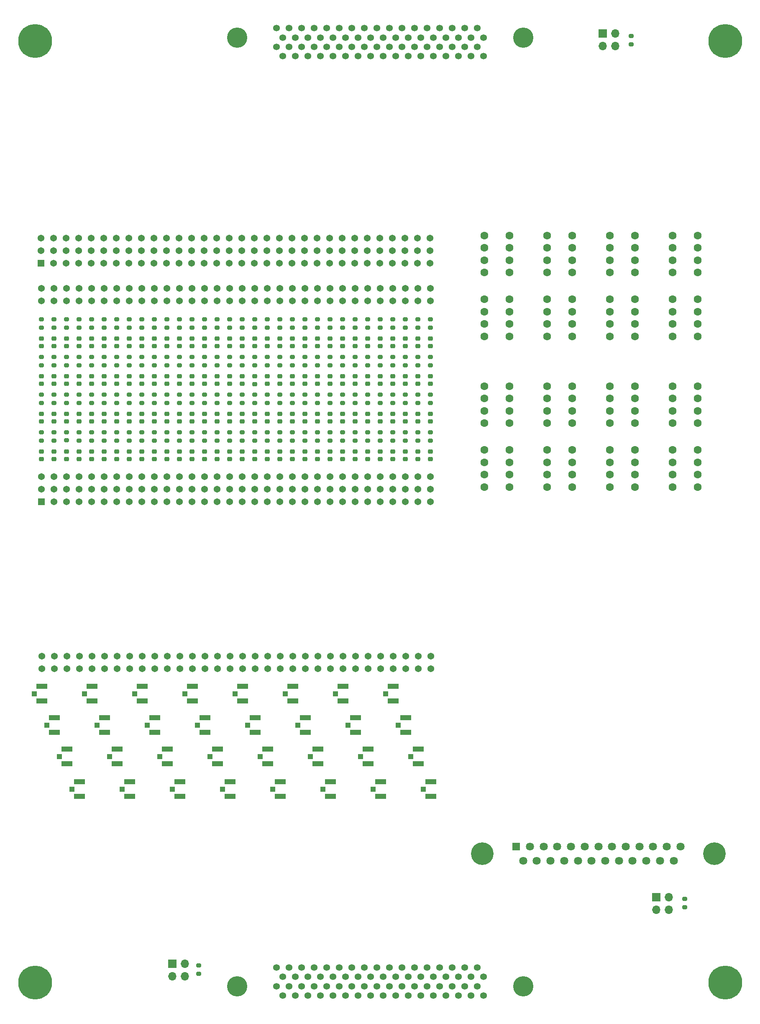
<source format=gts>
G04 #@! TF.GenerationSoftware,KiCad,Pcbnew,(6.0.2)*
G04 #@! TF.CreationDate,2022-07-06T14:10:19-04:00*
G04 #@! TF.ProjectId,FilterMotherboard,46696c74-6572-44d6-9f74-686572626f61,rev?*
G04 #@! TF.SameCoordinates,Original*
G04 #@! TF.FileFunction,Soldermask,Top*
G04 #@! TF.FilePolarity,Negative*
%FSLAX46Y46*%
G04 Gerber Fmt 4.6, Leading zero omitted, Abs format (unit mm)*
G04 Created by KiCad (PCBNEW (6.0.2)) date 2022-07-06 14:10:19*
%MOMM*%
%LPD*%
G01*
G04 APERTURE LIST*
G04 Aperture macros list*
%AMRoundRect*
0 Rectangle with rounded corners*
0 $1 Rounding radius*
0 $2 $3 $4 $5 $6 $7 $8 $9 X,Y pos of 4 corners*
0 Add a 4 corners polygon primitive as box body*
4,1,4,$2,$3,$4,$5,$6,$7,$8,$9,$2,$3,0*
0 Add four circle primitives for the rounded corners*
1,1,$1+$1,$2,$3*
1,1,$1+$1,$4,$5*
1,1,$1+$1,$6,$7*
1,1,$1+$1,$8,$9*
0 Add four rect primitives between the rounded corners*
20,1,$1+$1,$2,$3,$4,$5,0*
20,1,$1+$1,$4,$5,$6,$7,0*
20,1,$1+$1,$6,$7,$8,$9,0*
20,1,$1+$1,$8,$9,$2,$3,0*%
G04 Aperture macros list end*
%ADD10R,2.200000X1.050000*%
%ADD11R,1.050000X1.000000*%
%ADD12RoundRect,0.225000X0.250000X-0.225000X0.250000X0.225000X-0.250000X0.225000X-0.250000X-0.225000X0*%
%ADD13RoundRect,0.200000X0.275000X-0.200000X0.275000X0.200000X-0.275000X0.200000X-0.275000X-0.200000X0*%
%ADD14C,1.605000*%
%ADD15C,6.858000*%
%ADD16C,1.370000*%
%ADD17C,1.360000*%
%ADD18C,4.100000*%
%ADD19R,1.370000X1.370000*%
%ADD20RoundRect,0.200000X-0.275000X0.200000X-0.275000X-0.200000X0.275000X-0.200000X0.275000X0.200000X0*%
%ADD21R,1.700000X1.700000*%
%ADD22O,1.700000X1.700000*%
%ADD23R,1.635000X1.635000*%
%ADD24C,1.635000*%
%ADD25C,4.575000*%
G04 APERTURE END LIST*
D10*
X76310000Y-156202040D03*
X76310000Y-159152040D03*
D11*
X74785000Y-157677040D03*
D12*
X76200000Y-75705000D03*
X76200000Y-74155000D03*
D13*
X81280000Y-87185000D03*
X81280000Y-85535000D03*
X48260000Y-79565000D03*
X48260000Y-77915000D03*
D10*
X73770000Y-149596000D03*
X73770000Y-152546000D03*
D11*
X72245000Y-151071000D03*
D12*
X83820000Y-75705000D03*
X83820000Y-74155000D03*
D14*
X127750000Y-76160000D03*
X127750000Y-78660000D03*
X127750000Y-81160000D03*
X127750000Y-83660000D03*
X127750000Y-89060000D03*
X127750000Y-91560000D03*
X127750000Y-94060000D03*
X127750000Y-96560000D03*
X122670000Y-76160000D03*
X122670000Y-78660000D03*
X122670000Y-81160000D03*
X122670000Y-83660000D03*
X122670000Y-89060000D03*
X122670000Y-91560000D03*
X122670000Y-94060000D03*
X122670000Y-96560000D03*
D13*
X76200000Y-87185000D03*
X76200000Y-85535000D03*
X20320000Y-64325000D03*
X20320000Y-62675000D03*
X66040000Y-79565000D03*
X66040000Y-77915000D03*
D12*
X33020000Y-90945000D03*
X33020000Y-89395000D03*
D13*
X15240000Y-71945000D03*
X15240000Y-70295000D03*
D12*
X40640000Y-68085000D03*
X40640000Y-66535000D03*
X86360000Y-75705000D03*
X86360000Y-74155000D03*
X27940000Y-90945000D03*
X27940000Y-89395000D03*
X15240000Y-90945000D03*
X15240000Y-89395000D03*
D13*
X78740000Y-79565000D03*
X78740000Y-77915000D03*
X12700000Y-87135000D03*
X12700000Y-85485000D03*
D12*
X7620000Y-90945000D03*
X7620000Y-89395000D03*
D13*
X63500000Y-71945000D03*
X63500000Y-70295000D03*
X71120000Y-79565000D03*
X71120000Y-77915000D03*
D12*
X43180000Y-75705000D03*
X43180000Y-74155000D03*
X60960000Y-75705000D03*
X60960000Y-74155000D03*
D13*
X33020000Y-71945000D03*
X33020000Y-70295000D03*
D12*
X55880000Y-83325000D03*
X55880000Y-81775000D03*
D13*
X7620000Y-64325000D03*
X7620000Y-62675000D03*
X17780000Y-71945000D03*
X17780000Y-70295000D03*
D10*
X30590000Y-143246000D03*
X30590000Y-146196000D03*
D11*
X29065000Y-144721000D03*
D12*
X27940000Y-75705000D03*
X27940000Y-74155000D03*
D13*
X22860000Y-87185000D03*
X22860000Y-85535000D03*
D14*
X102350000Y-76160000D03*
X102350000Y-78660000D03*
X102350000Y-81160000D03*
X102350000Y-83660000D03*
X102350000Y-89060000D03*
X102350000Y-91560000D03*
X102350000Y-94060000D03*
X102350000Y-96560000D03*
X97270000Y-76160000D03*
X97270000Y-78660000D03*
X97270000Y-81160000D03*
X97270000Y-83660000D03*
X97270000Y-89060000D03*
X97270000Y-91560000D03*
X97270000Y-94060000D03*
X97270000Y-96560000D03*
D12*
X40640000Y-75705000D03*
X40640000Y-74155000D03*
D15*
X146050000Y-196850000D03*
D13*
X55880000Y-71945000D03*
X55880000Y-70295000D03*
D15*
X6350000Y-6350000D03*
D12*
X35560000Y-68085000D03*
X35560000Y-66535000D03*
X81280000Y-75705000D03*
X81280000Y-74155000D03*
X53340000Y-83325000D03*
X53340000Y-81775000D03*
D13*
X81280000Y-71945000D03*
X81280000Y-70295000D03*
X83820000Y-87185000D03*
X83820000Y-85535000D03*
X17780000Y-87185000D03*
X17780000Y-85535000D03*
D12*
X30480000Y-90945000D03*
X30480000Y-89395000D03*
D14*
X127750000Y-45680000D03*
X127750000Y-48180000D03*
X127750000Y-50680000D03*
X127750000Y-53180000D03*
X127750000Y-58580000D03*
X127750000Y-61080000D03*
X127750000Y-63580000D03*
X127750000Y-66080000D03*
X122670000Y-45680000D03*
X122670000Y-48180000D03*
X122670000Y-50680000D03*
X122670000Y-53180000D03*
X122670000Y-58580000D03*
X122670000Y-61080000D03*
X122670000Y-63580000D03*
X122670000Y-66080000D03*
D12*
X68580000Y-75705000D03*
X68580000Y-74155000D03*
X45720000Y-83325000D03*
X45720000Y-81775000D03*
D13*
X86360000Y-64325000D03*
X86360000Y-62675000D03*
D12*
X58420000Y-83325000D03*
X58420000Y-81775000D03*
X78740000Y-83325000D03*
X78740000Y-81775000D03*
D13*
X40640000Y-79565000D03*
X40640000Y-77915000D03*
D12*
X63500000Y-75705000D03*
X63500000Y-74155000D03*
D13*
X30480000Y-79565000D03*
X30480000Y-77915000D03*
D12*
X73660000Y-68085000D03*
X73660000Y-66535000D03*
D10*
X71230000Y-143246000D03*
X71230000Y-146196000D03*
D11*
X69705000Y-144721000D03*
D13*
X22860000Y-71945000D03*
X22860000Y-70295000D03*
D12*
X35560000Y-75705000D03*
X35560000Y-74155000D03*
D13*
X22860000Y-79565000D03*
X22860000Y-77915000D03*
D12*
X43180000Y-83325000D03*
X43180000Y-81775000D03*
D14*
X115050000Y-76160000D03*
X115050000Y-78660000D03*
X115050000Y-81160000D03*
X115050000Y-83660000D03*
X115050000Y-89060000D03*
X115050000Y-91560000D03*
X115050000Y-94060000D03*
X115050000Y-96560000D03*
X109970000Y-76160000D03*
X109970000Y-78660000D03*
X109970000Y-81160000D03*
X109970000Y-83660000D03*
X109970000Y-89060000D03*
X109970000Y-91560000D03*
X109970000Y-94060000D03*
X109970000Y-96560000D03*
D12*
X7620000Y-75705000D03*
X7620000Y-74155000D03*
D13*
X38100000Y-79565000D03*
X38100000Y-77915000D03*
D12*
X73660000Y-75705000D03*
X73660000Y-74155000D03*
X27940000Y-68085000D03*
X27940000Y-66535000D03*
D13*
X27940000Y-64325000D03*
X27940000Y-62675000D03*
X60960000Y-79565000D03*
X60960000Y-77915000D03*
D15*
X6350000Y-196850000D03*
D16*
X7730000Y-130750000D03*
X7730000Y-133290000D03*
X10270000Y-130750000D03*
X10270000Y-133290000D03*
X12810000Y-130750000D03*
X12810000Y-133290000D03*
X15350000Y-130750000D03*
X15350000Y-133290000D03*
X17890000Y-130750000D03*
X17890000Y-133290000D03*
X20430000Y-130750000D03*
X20430000Y-133290000D03*
X22970000Y-130750000D03*
X22970000Y-133290000D03*
X25510000Y-130750000D03*
X25510000Y-133290000D03*
X28050000Y-130750000D03*
X28050000Y-133290000D03*
X30590000Y-130750000D03*
X30590000Y-133290000D03*
X33130000Y-130750000D03*
X33130000Y-133290000D03*
X35670000Y-130750000D03*
X35670000Y-133290000D03*
X38210000Y-130750000D03*
X38210000Y-133290000D03*
X40750000Y-130750000D03*
X40750000Y-133290000D03*
X43290000Y-130750000D03*
X43290000Y-133290000D03*
X45830000Y-130750000D03*
X45830000Y-133290000D03*
X48370000Y-130750000D03*
X48370000Y-133290000D03*
X50910000Y-130750000D03*
X50910000Y-133290000D03*
X53450000Y-130750000D03*
X53450000Y-133290000D03*
X55990000Y-130750000D03*
X55990000Y-133290000D03*
X58530000Y-130750000D03*
X58530000Y-133290000D03*
X61070000Y-130750000D03*
X61070000Y-133290000D03*
X63610000Y-130750000D03*
X63610000Y-133290000D03*
X66150000Y-130750000D03*
X66150000Y-133290000D03*
X68690000Y-130750000D03*
X68690000Y-133290000D03*
X71230000Y-130750000D03*
X71230000Y-133290000D03*
X73770000Y-130750000D03*
X73770000Y-133290000D03*
X76310000Y-130750000D03*
X76310000Y-133290000D03*
X78850000Y-130750000D03*
X78850000Y-133290000D03*
X81390000Y-130750000D03*
X81390000Y-133290000D03*
X83930000Y-130750000D03*
X83930000Y-133290000D03*
X86470000Y-130750000D03*
X86470000Y-133290000D03*
D17*
X55245000Y-7513400D03*
X56515000Y-9413400D03*
X57785000Y-7513400D03*
X59055000Y-9413400D03*
X60325000Y-7513400D03*
X61595000Y-9413400D03*
X62865000Y-7513400D03*
X64135000Y-9413400D03*
X65405000Y-7513400D03*
X66675000Y-9413400D03*
X67945000Y-7513400D03*
X69215000Y-9413400D03*
X70485000Y-7513400D03*
X71755000Y-9413400D03*
X73025000Y-7513400D03*
X74295000Y-9413400D03*
X75565000Y-7513400D03*
X76835000Y-9413400D03*
X78105000Y-7513400D03*
X79375000Y-9413400D03*
X80645000Y-7513400D03*
X81915000Y-9413400D03*
X83185000Y-7513400D03*
X84455000Y-9413400D03*
X85725000Y-7513400D03*
X86995000Y-9413400D03*
X88265000Y-7513400D03*
X89535000Y-9413400D03*
X90805000Y-7513400D03*
X92075000Y-9413400D03*
X93345000Y-7513400D03*
X94615000Y-9413400D03*
X95885000Y-7513400D03*
X97155000Y-9413400D03*
X55245000Y-3713400D03*
X56515000Y-5613400D03*
X57785000Y-3713400D03*
X59055000Y-5613400D03*
X60325000Y-3713400D03*
X61595000Y-5613400D03*
X62865000Y-3713400D03*
X64135000Y-5613400D03*
X65405000Y-3713400D03*
X66675000Y-5613400D03*
X67945000Y-3713400D03*
X69215000Y-5613400D03*
X70485000Y-3713400D03*
X71755000Y-5613400D03*
X73025000Y-3713400D03*
X74295000Y-5613400D03*
X75565000Y-3713400D03*
X76835000Y-5613400D03*
X78105000Y-3713400D03*
X79375000Y-5613400D03*
X80645000Y-3713400D03*
X81915000Y-5613400D03*
X83185000Y-3713400D03*
X84455000Y-5613400D03*
X85725000Y-3713400D03*
X86995000Y-5613400D03*
X88265000Y-3713400D03*
X89535000Y-5613400D03*
X90805000Y-3713400D03*
X92075000Y-5613400D03*
X93345000Y-3713400D03*
X94615000Y-5613400D03*
X95885000Y-3713400D03*
X97155000Y-5613400D03*
D18*
X105155000Y-5613400D03*
X47245000Y-5613400D03*
D12*
X17780000Y-90945000D03*
X17780000Y-89395000D03*
D10*
X12810000Y-149596000D03*
X12810000Y-152546000D03*
D11*
X11285000Y-151071000D03*
D13*
X71120000Y-64325000D03*
X71120000Y-62675000D03*
X7620000Y-79565000D03*
X7620000Y-77915000D03*
D19*
X7620000Y-99555000D03*
D16*
X7620000Y-97015000D03*
X7620000Y-94475000D03*
X10160000Y-99555000D03*
X10160000Y-97015000D03*
X10160000Y-94475000D03*
X12700000Y-99555000D03*
X12700000Y-97015000D03*
X12700000Y-94475000D03*
X15240000Y-99555000D03*
X15240000Y-97015000D03*
X15240000Y-94475000D03*
X17780000Y-99555000D03*
X17780000Y-97015000D03*
X17780000Y-94475000D03*
X20320000Y-99555000D03*
X20320000Y-97015000D03*
X20320000Y-94475000D03*
X22860000Y-99555000D03*
X22860000Y-97015000D03*
X22860000Y-94475000D03*
X25400000Y-99555000D03*
X25400000Y-97015000D03*
X25400000Y-94475000D03*
X27940000Y-99555000D03*
X27940000Y-97015000D03*
X27940000Y-94475000D03*
X30480000Y-99555000D03*
X30480000Y-97015000D03*
X30480000Y-94475000D03*
X33020000Y-99555000D03*
X33020000Y-97015000D03*
X33020000Y-94475000D03*
X35560000Y-99555000D03*
X35560000Y-97015000D03*
X35560000Y-94475000D03*
X38100000Y-99555000D03*
X38100000Y-97015000D03*
X38100000Y-94475000D03*
X40640000Y-99555000D03*
X40640000Y-97015000D03*
X40640000Y-94475000D03*
X43180000Y-99555000D03*
X43180000Y-97015000D03*
X43180000Y-94475000D03*
X45720000Y-99555000D03*
X45720000Y-97015000D03*
X45720000Y-94475000D03*
X48260000Y-99555000D03*
X48260000Y-97015000D03*
X48260000Y-94475000D03*
X50800000Y-99555000D03*
X50800000Y-97015000D03*
X50800000Y-94475000D03*
X53340000Y-99555000D03*
X53340000Y-97015000D03*
X53340000Y-94475000D03*
X55880000Y-99555000D03*
X55880000Y-97015000D03*
X55880000Y-94475000D03*
X58420000Y-99555000D03*
X58420000Y-97015000D03*
X58420000Y-94475000D03*
X60960000Y-99555000D03*
X60960000Y-97015000D03*
X60960000Y-94475000D03*
X63500000Y-99555000D03*
X63500000Y-97015000D03*
X63500000Y-94475000D03*
X66040000Y-99555000D03*
X66040000Y-97015000D03*
X66040000Y-94475000D03*
X68580000Y-99555000D03*
X68580000Y-97015000D03*
X68580000Y-94475000D03*
X71120000Y-99555000D03*
X71120000Y-97015000D03*
X71120000Y-94475000D03*
X73660000Y-99555000D03*
X73660000Y-97015000D03*
X73660000Y-94475000D03*
X76200000Y-99555000D03*
X76200000Y-97015000D03*
X76200000Y-94475000D03*
X78740000Y-99555000D03*
X78740000Y-97015000D03*
X78740000Y-94475000D03*
X81280000Y-99555000D03*
X81280000Y-97015000D03*
X81280000Y-94475000D03*
X83820000Y-99555000D03*
X83820000Y-97015000D03*
X83820000Y-94475000D03*
X86360000Y-99555000D03*
X86360000Y-97015000D03*
X86360000Y-94475000D03*
D12*
X38100000Y-90945000D03*
X38100000Y-89395000D03*
D13*
X38100000Y-87185000D03*
X38100000Y-85535000D03*
X38100000Y-64325000D03*
X38100000Y-62675000D03*
X66040000Y-87185000D03*
X66040000Y-85535000D03*
X66040000Y-71945000D03*
X66040000Y-70295000D03*
D12*
X7620000Y-83325000D03*
X7620000Y-81775000D03*
X33020000Y-83325000D03*
X33020000Y-81775000D03*
D13*
X15240000Y-79565000D03*
X15240000Y-77915000D03*
D10*
X66150000Y-156202040D03*
X66150000Y-159152040D03*
D11*
X64625000Y-157677040D03*
D12*
X63500000Y-90945000D03*
X63500000Y-89395000D03*
D13*
X78740000Y-64325000D03*
X78740000Y-62675000D03*
D12*
X60960000Y-90945000D03*
X60960000Y-89395000D03*
X15240000Y-68085000D03*
X15240000Y-66535000D03*
D13*
X45720000Y-79565000D03*
X45720000Y-77915000D03*
X78740000Y-87185000D03*
X78740000Y-85535000D03*
D12*
X10160000Y-68085000D03*
X10160000Y-66535000D03*
X45720000Y-90945000D03*
X45720000Y-89395000D03*
X76200000Y-90945000D03*
X76200000Y-89395000D03*
D13*
X25400000Y-64325000D03*
X25400000Y-62675000D03*
X43180000Y-79565000D03*
X43180000Y-77915000D03*
X30480000Y-71945000D03*
X30480000Y-70295000D03*
D12*
X78740000Y-90945000D03*
X78740000Y-89395000D03*
D10*
X35670000Y-156202040D03*
X35670000Y-159152040D03*
D11*
X34145000Y-157677040D03*
D12*
X7620000Y-68085000D03*
X7620000Y-66535000D03*
D14*
X115050000Y-45680000D03*
X115050000Y-48180000D03*
X115050000Y-50680000D03*
X115050000Y-53180000D03*
X115050000Y-58580000D03*
X115050000Y-61080000D03*
X115050000Y-63580000D03*
X115050000Y-66080000D03*
X109970000Y-45680000D03*
X109970000Y-48180000D03*
X109970000Y-50680000D03*
X109970000Y-53180000D03*
X109970000Y-58580000D03*
X109970000Y-61080000D03*
X109970000Y-63580000D03*
X109970000Y-66080000D03*
D12*
X27940000Y-83325000D03*
X27940000Y-81775000D03*
D13*
X35560000Y-64325000D03*
X35560000Y-62675000D03*
X12700000Y-71945000D03*
X12700000Y-70295000D03*
D12*
X17780000Y-83325000D03*
X17780000Y-81775000D03*
D13*
X48260000Y-87185000D03*
X48260000Y-85535000D03*
X58420000Y-64325000D03*
X58420000Y-62675000D03*
D12*
X30480000Y-75705000D03*
X30480000Y-74155000D03*
X81280000Y-68085000D03*
X81280000Y-66535000D03*
X71120000Y-83325000D03*
X71120000Y-81775000D03*
D13*
X60960000Y-87185000D03*
X60960000Y-85535000D03*
X50800000Y-71945000D03*
X50800000Y-70295000D03*
D12*
X66040000Y-90945000D03*
X66040000Y-89395000D03*
D13*
X35560000Y-71945000D03*
X35560000Y-70295000D03*
X63500000Y-64325000D03*
X63500000Y-62675000D03*
D12*
X20320000Y-68085000D03*
X20320000Y-66535000D03*
D13*
X45720000Y-64325000D03*
X45720000Y-62675000D03*
D10*
X7730000Y-136898045D03*
X7730000Y-139848045D03*
D11*
X6205000Y-138373045D03*
D14*
X102350000Y-45680000D03*
X102350000Y-48180000D03*
X102350000Y-50680000D03*
X102350000Y-53180000D03*
X102350000Y-58580000D03*
X102350000Y-61080000D03*
X102350000Y-63580000D03*
X102350000Y-66080000D03*
X97270000Y-45680000D03*
X97270000Y-48180000D03*
X97270000Y-50680000D03*
X97270000Y-53180000D03*
X97270000Y-58580000D03*
X97270000Y-61080000D03*
X97270000Y-63580000D03*
X97270000Y-66080000D03*
D20*
X39446941Y-193401965D03*
X39446941Y-195051965D03*
D12*
X45720000Y-68085000D03*
X45720000Y-66535000D03*
D13*
X83820000Y-71945000D03*
X83820000Y-70295000D03*
D10*
X68690000Y-136898040D03*
X68690000Y-139848040D03*
D11*
X67165000Y-138373040D03*
D12*
X22860000Y-68085000D03*
X22860000Y-66535000D03*
X25400000Y-75705000D03*
X25400000Y-74155000D03*
X33020000Y-75705000D03*
X33020000Y-74155000D03*
X38100000Y-68085000D03*
X38100000Y-66535000D03*
X48260000Y-75705000D03*
X48260000Y-74155000D03*
D10*
X20430000Y-143246000D03*
X20430000Y-146196000D03*
D11*
X18905000Y-144721000D03*
D12*
X66040000Y-68085000D03*
X66040000Y-66535000D03*
D13*
X73660000Y-71945000D03*
X73660000Y-70295000D03*
D12*
X58420000Y-90945000D03*
X58420000Y-89395000D03*
D20*
X127000000Y-5350000D03*
X127000000Y-7000000D03*
D12*
X38100000Y-83325000D03*
X38100000Y-81775000D03*
D10*
X81390000Y-143246000D03*
X81390000Y-146196000D03*
D11*
X79865000Y-144721000D03*
D12*
X68580000Y-68085000D03*
X68580000Y-66535000D03*
X10160000Y-75705000D03*
X10160000Y-74155000D03*
D10*
X15350000Y-156202040D03*
X15350000Y-159152040D03*
D11*
X13825000Y-157677040D03*
D12*
X68580000Y-83325000D03*
X68580000Y-81775000D03*
X22860000Y-83325000D03*
X22860000Y-81775000D03*
X40640000Y-83325000D03*
X40640000Y-81775000D03*
D13*
X25400000Y-71945000D03*
X25400000Y-70295000D03*
D12*
X83820000Y-68085000D03*
X83820000Y-66535000D03*
X86360000Y-83325000D03*
X86360000Y-81775000D03*
D13*
X27940000Y-79565000D03*
X27940000Y-77915000D03*
D12*
X86360000Y-90945000D03*
X86360000Y-89395000D03*
D10*
X61070000Y-143246000D03*
X61070000Y-146196000D03*
D11*
X59545000Y-144721000D03*
D13*
X27940000Y-71945000D03*
X27940000Y-70295000D03*
X58420000Y-87185000D03*
X58420000Y-85535000D03*
D12*
X53340000Y-68085000D03*
X53340000Y-66535000D03*
X78740000Y-68085000D03*
X78740000Y-66535000D03*
X81280000Y-83325000D03*
X81280000Y-81775000D03*
D19*
X7515000Y-51295000D03*
D16*
X7515000Y-48755000D03*
X7515000Y-46215000D03*
X10055000Y-51295000D03*
X10055000Y-48755000D03*
X10055000Y-46215000D03*
X12595000Y-51295000D03*
X12595000Y-48755000D03*
X12595000Y-46215000D03*
X15135000Y-51295000D03*
X15135000Y-48755000D03*
X15135000Y-46215000D03*
X17675000Y-51295000D03*
X17675000Y-48755000D03*
X17675000Y-46215000D03*
X20215000Y-51295000D03*
X20215000Y-48755000D03*
X20215000Y-46215000D03*
X22755000Y-51295000D03*
X22755000Y-48755000D03*
X22755000Y-46215000D03*
X25295000Y-51295000D03*
X25295000Y-48755000D03*
X25295000Y-46215000D03*
X27835000Y-51295000D03*
X27835000Y-48755000D03*
X27835000Y-46215000D03*
X30375000Y-51295000D03*
X30375000Y-48755000D03*
X30375000Y-46215000D03*
X32915000Y-51295000D03*
X32915000Y-48755000D03*
X32915000Y-46215000D03*
X35455000Y-51295000D03*
X35455000Y-48755000D03*
X35455000Y-46215000D03*
X37995000Y-51295000D03*
X37995000Y-48755000D03*
X37995000Y-46215000D03*
X40535000Y-51295000D03*
X40535000Y-48755000D03*
X40535000Y-46215000D03*
X43075000Y-51295000D03*
X43075000Y-48755000D03*
X43075000Y-46215000D03*
X45615000Y-51295000D03*
X45615000Y-48755000D03*
X45615000Y-46215000D03*
X48155000Y-51295000D03*
X48155000Y-48755000D03*
X48155000Y-46215000D03*
X50695000Y-51295000D03*
X50695000Y-48755000D03*
X50695000Y-46215000D03*
X53235000Y-51295000D03*
X53235000Y-48755000D03*
X53235000Y-46215000D03*
X55775000Y-51295000D03*
X55775000Y-48755000D03*
X55775000Y-46215000D03*
X58315000Y-51295000D03*
X58315000Y-48755000D03*
X58315000Y-46215000D03*
X60855000Y-51295000D03*
X60855000Y-48755000D03*
X60855000Y-46215000D03*
X63395000Y-51295000D03*
X63395000Y-48755000D03*
X63395000Y-46215000D03*
X65935000Y-51295000D03*
X65935000Y-48755000D03*
X65935000Y-46215000D03*
X68475000Y-51295000D03*
X68475000Y-48755000D03*
X68475000Y-46215000D03*
X71015000Y-51295000D03*
X71015000Y-48755000D03*
X71015000Y-46215000D03*
X73555000Y-51295000D03*
X73555000Y-48755000D03*
X73555000Y-46215000D03*
X76095000Y-51295000D03*
X76095000Y-48755000D03*
X76095000Y-46215000D03*
X78635000Y-51295000D03*
X78635000Y-48755000D03*
X78635000Y-46215000D03*
X81175000Y-51295000D03*
X81175000Y-48755000D03*
X81175000Y-46215000D03*
X83715000Y-51295000D03*
X83715000Y-48755000D03*
X83715000Y-46215000D03*
X86255000Y-51295000D03*
X86255000Y-48755000D03*
X86255000Y-46215000D03*
D13*
X17780000Y-79565000D03*
X17780000Y-77915000D03*
X25400000Y-79565000D03*
X25400000Y-77915000D03*
D12*
X48260000Y-68085000D03*
X48260000Y-66535000D03*
X12700000Y-68085000D03*
X12700000Y-66535000D03*
D13*
X10160000Y-87185000D03*
X10160000Y-85535000D03*
X25400000Y-87185000D03*
X25400000Y-85535000D03*
X86360000Y-79565000D03*
X86360000Y-77915000D03*
X86360000Y-87185000D03*
X86360000Y-85535000D03*
D12*
X76200000Y-83325000D03*
X76200000Y-81775000D03*
D13*
X81280000Y-64325000D03*
X81280000Y-62675000D03*
X38100000Y-71945000D03*
X38100000Y-70295000D03*
X43180000Y-87185000D03*
X43180000Y-85535000D03*
D10*
X28050000Y-136898040D03*
X28050000Y-139848040D03*
D11*
X26525000Y-138373040D03*
D13*
X33020000Y-87185000D03*
X33020000Y-85535000D03*
D12*
X12700000Y-83325000D03*
X12700000Y-81775000D03*
X12700000Y-90945000D03*
X12700000Y-89395000D03*
D13*
X10160000Y-64325000D03*
X10160000Y-62675000D03*
D12*
X33020000Y-68085000D03*
X33020000Y-66535000D03*
D21*
X132105000Y-179550000D03*
D22*
X134645000Y-179550000D03*
X132105000Y-182090000D03*
X134645000Y-182090000D03*
D12*
X43180000Y-68085000D03*
X43180000Y-66535000D03*
D13*
X50800000Y-87185000D03*
X50800000Y-85535000D03*
D12*
X55880000Y-90945000D03*
X55880000Y-89395000D03*
X20320000Y-75705000D03*
X20320000Y-74155000D03*
X38100000Y-75705000D03*
X38100000Y-74155000D03*
D13*
X83820000Y-79565000D03*
X83820000Y-77915000D03*
D10*
X17890000Y-136898040D03*
X17890000Y-139848040D03*
D11*
X16365000Y-138373040D03*
D12*
X48260000Y-90945000D03*
X48260000Y-89395000D03*
D13*
X55880000Y-79565000D03*
X55880000Y-77915000D03*
D12*
X71120000Y-75705000D03*
X71120000Y-74155000D03*
X73660000Y-90945000D03*
X73660000Y-89395000D03*
X22860000Y-90945000D03*
X22860000Y-89395000D03*
X48260000Y-83325000D03*
X48260000Y-81775000D03*
X83820000Y-90945000D03*
X83820000Y-89395000D03*
D13*
X73660000Y-87185000D03*
X73660000Y-85535000D03*
X33020000Y-79565000D03*
X33020000Y-77915000D03*
D10*
X33130000Y-149596000D03*
X33130000Y-152546000D03*
D11*
X31605000Y-151071000D03*
D13*
X12700000Y-64325000D03*
X12700000Y-62675000D03*
X63500000Y-79535000D03*
X63500000Y-77885000D03*
X83820000Y-64325000D03*
X83820000Y-62675000D03*
X60960000Y-64325000D03*
X60960000Y-62675000D03*
X58420000Y-71945000D03*
X58420000Y-70295000D03*
D12*
X17780000Y-75705000D03*
X17780000Y-74155000D03*
D13*
X40640000Y-71945000D03*
X40640000Y-70295000D03*
D12*
X53340000Y-75705000D03*
X53340000Y-74155000D03*
D13*
X53340000Y-71945000D03*
X53340000Y-70295000D03*
D12*
X20320000Y-90945000D03*
X20320000Y-89395000D03*
D13*
X27940000Y-87185000D03*
X27940000Y-85535000D03*
D10*
X53450000Y-149596000D03*
X53450000Y-152546000D03*
D11*
X51925000Y-151071000D03*
D10*
X40750000Y-143246000D03*
X40750000Y-146196000D03*
D11*
X39225000Y-144721000D03*
D12*
X17780000Y-68085000D03*
X17780000Y-66535000D03*
D21*
X121300000Y-4825000D03*
D22*
X123840000Y-4825000D03*
X121300000Y-7365000D03*
X123840000Y-7365000D03*
D12*
X66040000Y-83325000D03*
X66040000Y-81775000D03*
D13*
X55880000Y-64325000D03*
X55880000Y-62675000D03*
D12*
X60960000Y-68085000D03*
X60960000Y-66535000D03*
D13*
X68580000Y-64325000D03*
X68580000Y-62675000D03*
D23*
X103761500Y-169327000D03*
D24*
X106531500Y-169327000D03*
X109301500Y-169327000D03*
X112071500Y-169327000D03*
X114841500Y-169327000D03*
X117611500Y-169327000D03*
X120381500Y-169327000D03*
X123151500Y-169327000D03*
X125921500Y-169327000D03*
X128691500Y-169327000D03*
X131461500Y-169327000D03*
X134231500Y-169327000D03*
X137001500Y-169327000D03*
X105146500Y-172167000D03*
X107916500Y-172167000D03*
X110686500Y-172167000D03*
X113456500Y-172167000D03*
X116226500Y-172167000D03*
X118996500Y-172167000D03*
X121766500Y-172167000D03*
X124536500Y-172167000D03*
X127306500Y-172167000D03*
X130076500Y-172167000D03*
X132846500Y-172167000D03*
X135616500Y-172167000D03*
D25*
X96861500Y-170747000D03*
X143901500Y-170747000D03*
D13*
X73660000Y-79565000D03*
X73660000Y-77915000D03*
X45720000Y-87185000D03*
X45720000Y-85535000D03*
X53340000Y-79565000D03*
X53340000Y-77915000D03*
D12*
X73660000Y-83325000D03*
X73660000Y-81775000D03*
D13*
X45720000Y-71945000D03*
X45720000Y-70295000D03*
D10*
X25510000Y-156202040D03*
X25510000Y-159152040D03*
D11*
X23985000Y-157677040D03*
D13*
X17780000Y-64325000D03*
X17780000Y-62675000D03*
D10*
X45830000Y-156202040D03*
X45830000Y-159152040D03*
D11*
X44305000Y-157677040D03*
D10*
X63610000Y-149596000D03*
X63610000Y-152546000D03*
D11*
X62085000Y-151071000D03*
D12*
X81280000Y-90945000D03*
X81280000Y-89395000D03*
D13*
X20320000Y-71945000D03*
X20320000Y-70295000D03*
X40640000Y-64325000D03*
X40640000Y-62675000D03*
X35560000Y-79565000D03*
X35560000Y-77915000D03*
X43180000Y-71945000D03*
X43180000Y-70295000D03*
D10*
X78850000Y-136898040D03*
X78850000Y-139848040D03*
D11*
X77325000Y-138373040D03*
D13*
X53340000Y-87185000D03*
X53340000Y-85535000D03*
D10*
X22970000Y-149596000D03*
X22970000Y-152546000D03*
D11*
X21445000Y-151071000D03*
D13*
X10160000Y-71945000D03*
X10160000Y-70295000D03*
D12*
X50800000Y-68085000D03*
X50800000Y-66535000D03*
D13*
X7620000Y-87185000D03*
X7620000Y-85535000D03*
X66040000Y-64325000D03*
X66040000Y-62675000D03*
D10*
X55990000Y-156202040D03*
X55990000Y-159152040D03*
D11*
X54465000Y-157677040D03*
D13*
X15240000Y-87185000D03*
X15240000Y-85535000D03*
D12*
X30480000Y-83325000D03*
X30480000Y-81775000D03*
X40640000Y-90945000D03*
X40640000Y-89395000D03*
X22860000Y-75705000D03*
X22860000Y-74155000D03*
X76200000Y-68085000D03*
X76200000Y-66535000D03*
D13*
X50800000Y-64325000D03*
X50800000Y-62675000D03*
D12*
X53340000Y-90945000D03*
X53340000Y-89395000D03*
X78740000Y-75705000D03*
X78740000Y-74155000D03*
D10*
X38210000Y-136898040D03*
X38210000Y-139848040D03*
D11*
X36685000Y-138373040D03*
D13*
X76200000Y-71945000D03*
X76200000Y-70295000D03*
X20320000Y-87185000D03*
X20320000Y-85535000D03*
D12*
X20320000Y-83325000D03*
X20320000Y-81775000D03*
X63500000Y-68085000D03*
X63500000Y-66535000D03*
X63500000Y-83325000D03*
X63500000Y-81775000D03*
X58420000Y-68085000D03*
X58420000Y-66535000D03*
X30480000Y-68085000D03*
X30480000Y-66535000D03*
X50800000Y-90945000D03*
X50800000Y-89395000D03*
D13*
X68580000Y-79565000D03*
X68580000Y-77915000D03*
X60960000Y-71945000D03*
X60960000Y-70295000D03*
D12*
X55880000Y-75705000D03*
X55880000Y-74155000D03*
D13*
X68580000Y-71945000D03*
X68580000Y-70295000D03*
X30480000Y-64325000D03*
X30480000Y-62675000D03*
X50800000Y-79565000D03*
X50800000Y-77915000D03*
X58420000Y-79565000D03*
X58420000Y-77915000D03*
D14*
X140450000Y-76160000D03*
X140450000Y-78660000D03*
X140450000Y-81160000D03*
X140450000Y-83660000D03*
X140450000Y-89060000D03*
X140450000Y-91560000D03*
X140450000Y-94060000D03*
X140450000Y-96560000D03*
X135370000Y-76160000D03*
X135370000Y-78660000D03*
X135370000Y-81160000D03*
X135370000Y-83660000D03*
X135370000Y-89060000D03*
X135370000Y-91560000D03*
X135370000Y-94060000D03*
X135370000Y-96560000D03*
D13*
X15240000Y-64325000D03*
X15240000Y-62675000D03*
D12*
X50800000Y-83325000D03*
X50800000Y-81775000D03*
D13*
X81280000Y-79565000D03*
X81280000Y-77915000D03*
D12*
X10160000Y-90945000D03*
X10160000Y-89395000D03*
X83820000Y-83325000D03*
X83820000Y-81775000D03*
D13*
X71120000Y-71945000D03*
X71120000Y-70295000D03*
D16*
X7620000Y-56374995D03*
X7620000Y-58914995D03*
X10160000Y-56374995D03*
X10160000Y-58914995D03*
X12700000Y-56374995D03*
X12700000Y-58914995D03*
X15240000Y-56374995D03*
X15240000Y-58914995D03*
X17780000Y-56374995D03*
X17780000Y-58914995D03*
X20320000Y-56374995D03*
X20320000Y-58914995D03*
X22860000Y-56374995D03*
X22860000Y-58914995D03*
X25400000Y-56374995D03*
X25400000Y-58914995D03*
X27940000Y-56374995D03*
X27940000Y-58914995D03*
X30480000Y-56374995D03*
X30480000Y-58914995D03*
X33020000Y-56374995D03*
X33020000Y-58914995D03*
X35560000Y-56374995D03*
X35560000Y-58914995D03*
X38100000Y-56374995D03*
X38100000Y-58914995D03*
X40640000Y-56374995D03*
X40640000Y-58914995D03*
X43180000Y-56374995D03*
X43180000Y-58914995D03*
X45720000Y-56374995D03*
X45720000Y-58914995D03*
X48260000Y-56374995D03*
X48260000Y-58914995D03*
X50800000Y-56374995D03*
X50800000Y-58914995D03*
X53340000Y-56374995D03*
X53340000Y-58914995D03*
X55880000Y-56374995D03*
X55880000Y-58914995D03*
X58420000Y-56374995D03*
X58420000Y-58914995D03*
X60960000Y-56374995D03*
X60960000Y-58914995D03*
X63500000Y-56374995D03*
X63500000Y-58914995D03*
X66040000Y-56374995D03*
X66040000Y-58914995D03*
X68580000Y-56374995D03*
X68580000Y-58914995D03*
X71120000Y-56374995D03*
X71120000Y-58914995D03*
X73660000Y-56374995D03*
X73660000Y-58914995D03*
X76200000Y-56374995D03*
X76200000Y-58914995D03*
X78740000Y-56374995D03*
X78740000Y-58914995D03*
X81280000Y-56374995D03*
X81280000Y-58914995D03*
X83820000Y-56374995D03*
X83820000Y-58914995D03*
X86360000Y-56374995D03*
X86360000Y-58914995D03*
D12*
X25400000Y-68085000D03*
X25400000Y-66535000D03*
D10*
X10270000Y-143246000D03*
X10270000Y-146196000D03*
D11*
X8745000Y-144721000D03*
D13*
X30480000Y-87185000D03*
X30480000Y-85535000D03*
X22860000Y-64325000D03*
X22860000Y-62675000D03*
X33020000Y-64325000D03*
X33020000Y-62675000D03*
X63500000Y-87185000D03*
X63500000Y-85535000D03*
D12*
X25400000Y-83325000D03*
X25400000Y-81775000D03*
D13*
X48260000Y-71945000D03*
X48260000Y-70295000D03*
X76200000Y-79565000D03*
X76200000Y-77915000D03*
D10*
X50910000Y-143246000D03*
X50910000Y-146196000D03*
D11*
X49385000Y-144721000D03*
D12*
X45720000Y-75705000D03*
X45720000Y-74155000D03*
D10*
X86470000Y-156202040D03*
X86470000Y-159152040D03*
D11*
X84945000Y-157677040D03*
D13*
X43180000Y-64325000D03*
X43180000Y-62675000D03*
D12*
X55880000Y-68085000D03*
X55880000Y-66535000D03*
D20*
X137830000Y-179925000D03*
X137830000Y-181575000D03*
D12*
X10160000Y-83325000D03*
X10160000Y-81775000D03*
D13*
X55880000Y-87185000D03*
X55880000Y-85535000D03*
X35560000Y-87185000D03*
X35560000Y-85535000D03*
X76200000Y-64325000D03*
X76200000Y-62675000D03*
D14*
X140450000Y-45680000D03*
X140450000Y-48180000D03*
X140450000Y-50680000D03*
X140450000Y-53180000D03*
X140450000Y-58580000D03*
X140450000Y-61080000D03*
X140450000Y-63580000D03*
X140450000Y-66080000D03*
X135370000Y-45680000D03*
X135370000Y-48180000D03*
X135370000Y-50680000D03*
X135370000Y-53180000D03*
X135370000Y-58580000D03*
X135370000Y-61080000D03*
X135370000Y-63580000D03*
X135370000Y-66080000D03*
D12*
X43180000Y-90945000D03*
X43180000Y-89395000D03*
D10*
X43290000Y-149596000D03*
X43290000Y-152546000D03*
D11*
X41765000Y-151071000D03*
D12*
X68580000Y-90945000D03*
X68580000Y-89395000D03*
D21*
X34121941Y-193036969D03*
D22*
X36661941Y-193036969D03*
X34121941Y-195576969D03*
X36661941Y-195576969D03*
D13*
X48260000Y-64325000D03*
X48260000Y-62675000D03*
D12*
X15240000Y-75705000D03*
X15240000Y-74155000D03*
D17*
X97155000Y-195686600D03*
X95885000Y-193786600D03*
X94615000Y-195686600D03*
X93345000Y-193786600D03*
X92075000Y-195686600D03*
X90805000Y-193786600D03*
X89535000Y-195686600D03*
X88265000Y-193786600D03*
X86995000Y-195686600D03*
X85725000Y-193786600D03*
X84455000Y-195686600D03*
X83185000Y-193786600D03*
X81915000Y-195686600D03*
X80645000Y-193786600D03*
X79375000Y-195686600D03*
X78105000Y-193786600D03*
X76835000Y-195686600D03*
X75565000Y-193786600D03*
X74295000Y-195686600D03*
X73025000Y-193786600D03*
X71755000Y-195686600D03*
X70485000Y-193786600D03*
X69215000Y-195686600D03*
X67945000Y-193786600D03*
X66675000Y-195686600D03*
X65405000Y-193786600D03*
X64135000Y-195686600D03*
X62865000Y-193786600D03*
X61595000Y-195686600D03*
X60325000Y-193786600D03*
X59055000Y-195686600D03*
X57785000Y-193786600D03*
X56515000Y-195686600D03*
X55245000Y-193786600D03*
X97155000Y-199486600D03*
X95885000Y-197586600D03*
X94615000Y-199486600D03*
X93345000Y-197586600D03*
X92075000Y-199486600D03*
X90805000Y-197586600D03*
X89535000Y-199486600D03*
X88265000Y-197586600D03*
X86995000Y-199486600D03*
X85725000Y-197586600D03*
X84455000Y-199486600D03*
X83185000Y-197586600D03*
X81915000Y-199486600D03*
X80645000Y-197586600D03*
X79375000Y-199486600D03*
X78105000Y-197586600D03*
X76835000Y-199486600D03*
X75565000Y-197586600D03*
X74295000Y-199486600D03*
X73025000Y-197586600D03*
X71755000Y-199486600D03*
X70485000Y-197586600D03*
X69215000Y-199486600D03*
X67945000Y-197586600D03*
X66675000Y-199486600D03*
X65405000Y-197586600D03*
X64135000Y-199486600D03*
X62865000Y-197586600D03*
X61595000Y-199486600D03*
X60325000Y-197586600D03*
X59055000Y-199486600D03*
X57785000Y-197586600D03*
X56515000Y-199486600D03*
X55245000Y-197586600D03*
D18*
X47245000Y-197586600D03*
X105155000Y-197586600D03*
D13*
X20320000Y-79565000D03*
X20320000Y-77915000D03*
D12*
X58420000Y-75705000D03*
X58420000Y-74155000D03*
X35560000Y-83325000D03*
X35560000Y-81775000D03*
D10*
X48370000Y-136898040D03*
X48370000Y-139848040D03*
D11*
X46845000Y-138373040D03*
D12*
X35560000Y-90945000D03*
X35560000Y-89395000D03*
X12700000Y-75705000D03*
X12700000Y-74155000D03*
X25400000Y-90945000D03*
X25400000Y-89395000D03*
D15*
X146050000Y-6350000D03*
D10*
X83930000Y-149596000D03*
X83930000Y-152546000D03*
D11*
X82405000Y-151071000D03*
D13*
X10160000Y-79565000D03*
X10160000Y-77915000D03*
D12*
X50800000Y-75735000D03*
X50800000Y-74185000D03*
D13*
X86360000Y-71945000D03*
X86360000Y-70295000D03*
D12*
X15240000Y-83325000D03*
X15240000Y-81775000D03*
D13*
X78740000Y-71945000D03*
X78740000Y-70295000D03*
X40640000Y-87185000D03*
X40640000Y-85535000D03*
X68580000Y-87185000D03*
X68580000Y-85535000D03*
X7620000Y-71945000D03*
X7620000Y-70295000D03*
X73660000Y-64325000D03*
X73660000Y-62675000D03*
D12*
X86360000Y-68085000D03*
X86360000Y-66535000D03*
X66040000Y-75705000D03*
X66040000Y-74155000D03*
X71120000Y-68085000D03*
X71120000Y-66535000D03*
D13*
X71120000Y-87185000D03*
X71120000Y-85535000D03*
D12*
X60960000Y-83325000D03*
X60960000Y-81775000D03*
D10*
X58530000Y-136898040D03*
X58530000Y-139848040D03*
D11*
X57005000Y-138373040D03*
D13*
X12700000Y-79565000D03*
X12700000Y-77915000D03*
X53340000Y-64325000D03*
X53340000Y-62675000D03*
D12*
X71120000Y-90945000D03*
X71120000Y-89395000D03*
M02*

</source>
